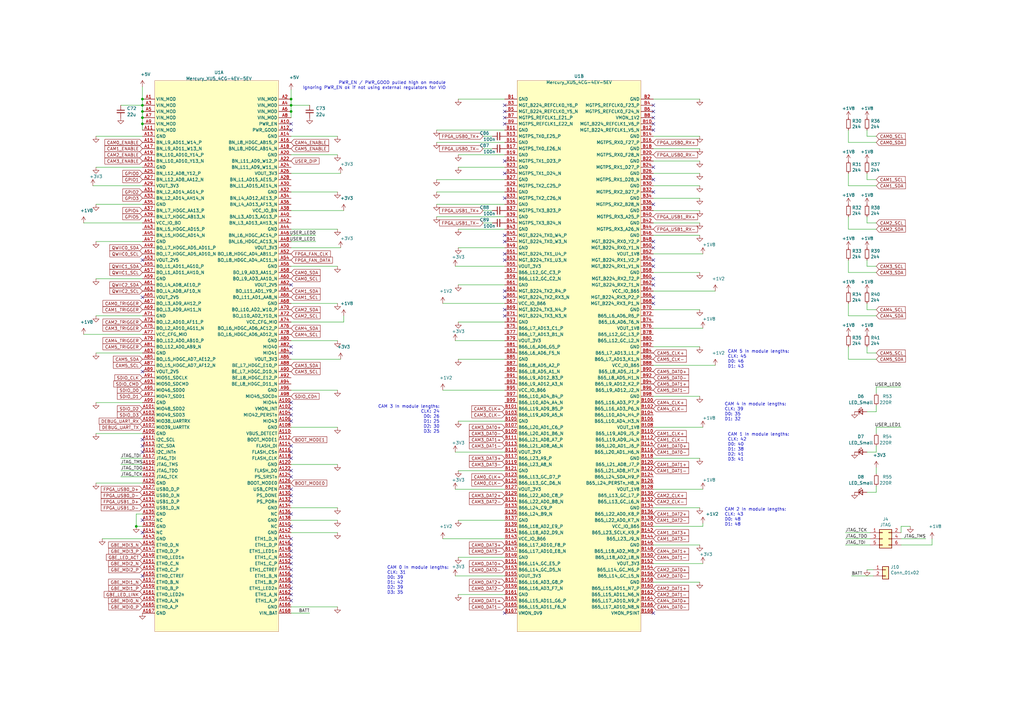
<source format=kicad_sch>
(kicad_sch (version 20210406) (generator eeschema)
  (paper "A3")
  (junction (at 55.88 215.9) (diameter 0.9144))
  (junction (at 58.42 40.64) (diameter 0.9144))
  (junction (at 58.42 43.18) (diameter 0.9144))
  (junction (at 58.42 45.72) (diameter 0.9144))
  (junction (at 58.42 48.26) (diameter 0.9144))
  (junction (at 58.42 50.8) (diameter 0.9144))
  (junction (at 119.38 40.64) (diameter 0.9144))
  (junction (at 119.38 43.18) (diameter 0.9144))
  (junction (at 119.38 45.72) (diameter 0.9144))
  (no_connect (at 58.42 106.68))
  (no_connect (at 58.42 121.92))
  (no_connect (at 58.42 152.4))
  (no_connect (at 58.42 180.34))
  (no_connect (at 58.42 182.88))
  (no_connect (at 58.42 185.42))
  (no_connect (at 58.42 213.36))
  (no_connect (at 58.42 218.44))
  (no_connect (at 58.42 236.22))
  (no_connect (at 119.38 50.8))
  (no_connect (at 119.38 53.34))
  (no_connect (at 119.38 116.84))
  (no_connect (at 119.38 142.24))
  (no_connect (at 119.38 144.78))
  (no_connect (at 119.38 165.1))
  (no_connect (at 119.38 167.64))
  (no_connect (at 119.38 170.18))
  (no_connect (at 119.38 172.72))
  (no_connect (at 119.38 182.88))
  (no_connect (at 119.38 185.42))
  (no_connect (at 119.38 187.96))
  (no_connect (at 119.38 193.04))
  (no_connect (at 119.38 195.58))
  (no_connect (at 119.38 200.66))
  (no_connect (at 119.38 203.2))
  (no_connect (at 119.38 205.74))
  (no_connect (at 119.38 210.82))
  (no_connect (at 119.38 215.9))
  (no_connect (at 119.38 220.98))
  (no_connect (at 119.38 223.52))
  (no_connect (at 119.38 226.06))
  (no_connect (at 119.38 228.6))
  (no_connect (at 119.38 231.14))
  (no_connect (at 119.38 233.68))
  (no_connect (at 119.38 236.22))
  (no_connect (at 119.38 238.76))
  (no_connect (at 119.38 241.3))
  (no_connect (at 119.38 243.84))
  (no_connect (at 119.38 246.38))
  (no_connect (at 207.01 43.18))
  (no_connect (at 207.01 45.72))
  (no_connect (at 207.01 48.26))
  (no_connect (at 207.01 50.8))
  (no_connect (at 207.01 66.04))
  (no_connect (at 207.01 71.12))
  (no_connect (at 207.01 81.28))
  (no_connect (at 207.01 96.52))
  (no_connect (at 207.01 99.06))
  (no_connect (at 207.01 104.14))
  (no_connect (at 207.01 106.68))
  (no_connect (at 207.01 119.38))
  (no_connect (at 207.01 121.92))
  (no_connect (at 207.01 127))
  (no_connect (at 207.01 129.54))
  (no_connect (at 207.01 251.46))
  (no_connect (at 267.97 43.18))
  (no_connect (at 267.97 45.72))
  (no_connect (at 267.97 48.26))
  (no_connect (at 267.97 50.8))
  (no_connect (at 267.97 53.34))
  (no_connect (at 267.97 68.58))
  (no_connect (at 267.97 73.66))
  (no_connect (at 267.97 78.74))
  (no_connect (at 267.97 83.82))
  (no_connect (at 267.97 99.06))
  (no_connect (at 267.97 101.6))
  (no_connect (at 267.97 106.68))
  (no_connect (at 267.97 109.22))
  (no_connect (at 267.97 114.3))
  (no_connect (at 267.97 116.84))
  (no_connect (at 267.97 121.92))
  (no_connect (at 267.97 124.46))
  (no_connect (at 267.97 251.46))
  (wire (pts (xy 34.29 91.44) (xy 58.42 91.44)))
  (wire (pts (xy 34.29 137.16) (xy 58.42 137.16)))
  (wire (pts (xy 38.1 76.2) (xy 58.42 76.2)))
  (wire (pts (xy 39.37 55.88) (xy 58.42 55.88)))
  (wire (pts (xy 39.37 68.58) (xy 58.42 68.58)))
  (wire (pts (xy 39.37 83.82) (xy 58.42 83.82)))
  (wire (pts (xy 39.37 99.06) (xy 58.42 99.06)))
  (wire (pts (xy 39.37 114.3) (xy 58.42 114.3)))
  (wire (pts (xy 39.37 129.54) (xy 58.42 129.54)))
  (wire (pts (xy 39.37 144.78) (xy 58.42 144.78)))
  (wire (pts (xy 39.37 165.1) (xy 58.42 165.1)))
  (wire (pts (xy 39.37 177.8) (xy 58.42 177.8)))
  (wire (pts (xy 39.37 198.12) (xy 58.42 198.12)))
  (wire (pts (xy 41.91 220.98) (xy 58.42 220.98)))
  (wire (pts (xy 49.53 43.18) (xy 58.42 43.18)))
  (wire (pts (xy 49.53 187.96) (xy 58.42 187.96)))
  (wire (pts (xy 49.53 190.5) (xy 58.42 190.5)))
  (wire (pts (xy 49.53 193.04) (xy 58.42 193.04)))
  (wire (pts (xy 49.53 195.58) (xy 58.42 195.58)))
  (wire (pts (xy 55.88 210.82) (xy 55.88 215.9)))
  (wire (pts (xy 55.88 215.9) (xy 58.42 215.9)))
  (wire (pts (xy 58.42 35.56) (xy 58.42 40.64)))
  (wire (pts (xy 58.42 40.64) (xy 58.42 43.18)))
  (wire (pts (xy 58.42 43.18) (xy 58.42 45.72)))
  (wire (pts (xy 58.42 45.72) (xy 58.42 48.26)))
  (wire (pts (xy 58.42 48.26) (xy 58.42 50.8)))
  (wire (pts (xy 58.42 50.8) (xy 58.42 53.34)))
  (wire (pts (xy 58.42 210.82) (xy 55.88 210.82)))
  (wire (pts (xy 119.38 36.83) (xy 119.38 40.64)))
  (wire (pts (xy 119.38 40.64) (xy 119.38 43.18)))
  (wire (pts (xy 119.38 43.18) (xy 119.38 45.72)))
  (wire (pts (xy 119.38 43.18) (xy 127 43.18)))
  (wire (pts (xy 119.38 45.72) (xy 119.38 48.26)))
  (wire (pts (xy 119.38 55.88) (xy 138.43 55.88)))
  (wire (pts (xy 119.38 63.5) (xy 138.43 63.5)))
  (wire (pts (xy 119.38 71.12) (xy 139.7 71.12)))
  (wire (pts (xy 119.38 78.74) (xy 138.43 78.74)))
  (wire (pts (xy 119.38 86.36) (xy 140.97 86.36)))
  (wire (pts (xy 119.38 93.98) (xy 138.43 93.98)))
  (wire (pts (xy 119.38 96.52) (xy 129.54 96.52)))
  (wire (pts (xy 119.38 99.06) (xy 129.54 99.06)))
  (wire (pts (xy 119.38 101.6) (xy 139.7 101.6)))
  (wire (pts (xy 119.38 109.22) (xy 138.43 109.22)))
  (wire (pts (xy 119.38 124.46) (xy 138.43 124.46)))
  (wire (pts (xy 119.38 132.08) (xy 140.97 132.08)))
  (wire (pts (xy 119.38 139.7) (xy 138.43 139.7)))
  (wire (pts (xy 119.38 147.32) (xy 139.7 147.32)))
  (wire (pts (xy 119.38 160.02) (xy 138.43 160.02)))
  (wire (pts (xy 119.38 175.26) (xy 138.43 175.26)))
  (wire (pts (xy 119.38 190.5) (xy 138.43 190.5)))
  (wire (pts (xy 119.38 208.28) (xy 138.43 208.28)))
  (wire (pts (xy 119.38 213.36) (xy 138.43 213.36)))
  (wire (pts (xy 119.38 218.44) (xy 138.43 218.44)))
  (wire (pts (xy 119.38 248.92) (xy 138.43 248.92)))
  (wire (pts (xy 119.38 251.46) (xy 127 251.46)))
  (wire (pts (xy 140.97 132.08) (xy 140.97 129.54)))
  (wire (pts (xy 179.07 53.34) (xy 207.01 53.34)))
  (wire (pts (xy 179.07 58.42) (xy 207.01 58.42)))
  (wire (pts (xy 179.07 73.66) (xy 207.01 73.66)))
  (wire (pts (xy 179.07 78.74) (xy 207.01 78.74)))
  (wire (pts (xy 179.07 83.82) (xy 207.01 83.82)))
  (wire (pts (xy 179.07 88.9) (xy 207.01 88.9)))
  (wire (pts (xy 181.61 124.46) (xy 207.01 124.46)))
  (wire (pts (xy 181.61 160.02) (xy 207.01 160.02)))
  (wire (pts (xy 181.61 220.98) (xy 207.01 220.98)))
  (wire (pts (xy 186.69 109.22) (xy 207.01 109.22)))
  (wire (pts (xy 186.69 139.7) (xy 207.01 139.7)))
  (wire (pts (xy 186.69 185.42) (xy 207.01 185.42)))
  (wire (pts (xy 186.69 200.66) (xy 207.01 200.66)))
  (wire (pts (xy 186.69 236.22) (xy 207.01 236.22)))
  (wire (pts (xy 187.96 40.64) (xy 207.01 40.64)))
  (wire (pts (xy 187.96 63.5) (xy 207.01 63.5)))
  (wire (pts (xy 187.96 68.58) (xy 207.01 68.58)))
  (wire (pts (xy 187.96 93.98) (xy 207.01 93.98)))
  (wire (pts (xy 187.96 101.6) (xy 207.01 101.6)))
  (wire (pts (xy 187.96 116.84) (xy 207.01 116.84)))
  (wire (pts (xy 187.96 132.08) (xy 207.01 132.08)))
  (wire (pts (xy 187.96 147.32) (xy 207.01 147.32)))
  (wire (pts (xy 187.96 172.72) (xy 207.01 172.72)))
  (wire (pts (xy 187.96 193.04) (xy 207.01 193.04)))
  (wire (pts (xy 187.96 213.36) (xy 207.01 213.36)))
  (wire (pts (xy 187.96 228.6) (xy 207.01 228.6)))
  (wire (pts (xy 187.96 243.84) (xy 207.01 243.84)))
  (wire (pts (xy 198.12 55.88) (xy 201.93 55.88)))
  (wire (pts (xy 198.12 60.96) (xy 201.93 60.96)))
  (wire (pts (xy 198.12 86.36) (xy 201.93 86.36)))
  (wire (pts (xy 198.12 91.44) (xy 201.93 91.44)))
  (wire (pts (xy 267.97 40.64) (xy 287.02 40.64)))
  (wire (pts (xy 267.97 55.88) (xy 287.02 55.88)))
  (wire (pts (xy 267.97 60.96) (xy 287.02 60.96)))
  (wire (pts (xy 267.97 66.04) (xy 287.02 66.04)))
  (wire (pts (xy 267.97 71.12) (xy 287.02 71.12)))
  (wire (pts (xy 267.97 76.2) (xy 287.02 76.2)))
  (wire (pts (xy 267.97 81.28) (xy 287.02 81.28)))
  (wire (pts (xy 267.97 86.36) (xy 287.02 86.36)))
  (wire (pts (xy 267.97 91.44) (xy 287.02 91.44)))
  (wire (pts (xy 267.97 96.52) (xy 287.02 96.52)))
  (wire (pts (xy 267.97 104.14) (xy 288.29 104.14)))
  (wire (pts (xy 267.97 111.76) (xy 287.02 111.76)))
  (wire (pts (xy 267.97 119.38) (xy 293.37 119.38)))
  (wire (pts (xy 267.97 127) (xy 287.02 127)))
  (wire (pts (xy 267.97 134.62) (xy 288.29 134.62)))
  (wire (pts (xy 267.97 142.24) (xy 287.02 142.24)))
  (wire (pts (xy 267.97 149.86) (xy 293.37 149.86)))
  (wire (pts (xy 267.97 162.56) (xy 287.02 162.56)))
  (wire (pts (xy 267.97 175.26) (xy 288.29 175.26)))
  (wire (pts (xy 267.97 187.96) (xy 287.02 187.96)))
  (wire (pts (xy 267.97 200.66) (xy 288.29 200.66)))
  (wire (pts (xy 267.97 208.28) (xy 287.02 208.28)))
  (wire (pts (xy 267.97 215.9) (xy 288.29 215.9)))
  (wire (pts (xy 267.97 223.52) (xy 287.02 223.52)))
  (wire (pts (xy 267.97 231.14) (xy 288.29 231.14)))
  (wire (pts (xy 267.97 238.76) (xy 287.02 238.76)))
  (wire (pts (xy 288.29 215.9) (xy 288.29 214.63)))
  (wire (pts (xy 346.71 218.44) (xy 356.87 218.44)))
  (wire (pts (xy 346.71 220.98) (xy 356.87 220.98)))
  (wire (pts (xy 346.71 223.52) (xy 356.87 223.52)))
  (wire (pts (xy 347.98 58.42) (xy 347.98 53.34)))
  (wire (pts (xy 347.98 76.2) (xy 347.98 71.12)))
  (wire (pts (xy 347.98 93.98) (xy 347.98 88.9)))
  (wire (pts (xy 347.98 111.76) (xy 347.98 106.68)))
  (wire (pts (xy 347.98 129.54) (xy 347.98 124.46)))
  (wire (pts (xy 347.98 147.32) (xy 347.98 142.24)))
  (wire (pts (xy 349.25 236.22) (xy 358.14 236.22)))
  (wire (pts (xy 355.6 55.88) (xy 355.6 53.34)))
  (wire (pts (xy 355.6 73.66) (xy 355.6 71.12)))
  (wire (pts (xy 355.6 91.44) (xy 355.6 88.9)))
  (wire (pts (xy 355.6 109.22) (xy 355.6 106.68)))
  (wire (pts (xy 355.6 127) (xy 355.6 124.46)))
  (wire (pts (xy 355.6 144.78) (xy 355.6 142.24)))
  (wire (pts (xy 355.6 168.91) (xy 359.41 168.91)))
  (wire (pts (xy 355.6 185.42) (xy 359.41 185.42)))
  (wire (pts (xy 355.6 201.93) (xy 359.41 201.93)))
  (wire (pts (xy 355.6 233.68) (xy 358.14 233.68)))
  (wire (pts (xy 359.41 55.88) (xy 355.6 55.88)))
  (wire (pts (xy 359.41 58.42) (xy 347.98 58.42)))
  (wire (pts (xy 359.41 73.66) (xy 355.6 73.66)))
  (wire (pts (xy 359.41 76.2) (xy 347.98 76.2)))
  (wire (pts (xy 359.41 91.44) (xy 355.6 91.44)))
  (wire (pts (xy 359.41 93.98) (xy 347.98 93.98)))
  (wire (pts (xy 359.41 109.22) (xy 355.6 109.22)))
  (wire (pts (xy 359.41 111.76) (xy 347.98 111.76)))
  (wire (pts (xy 359.41 127) (xy 355.6 127)))
  (wire (pts (xy 359.41 129.54) (xy 347.98 129.54)))
  (wire (pts (xy 359.41 144.78) (xy 355.6 144.78)))
  (wire (pts (xy 359.41 147.32) (xy 347.98 147.32)))
  (wire (pts (xy 359.41 158.75) (xy 359.41 161.29)))
  (wire (pts (xy 359.41 158.75) (xy 369.57 158.75)))
  (wire (pts (xy 359.41 168.91) (xy 359.41 166.37)))
  (wire (pts (xy 359.41 175.26) (xy 359.41 177.8)))
  (wire (pts (xy 359.41 175.26) (xy 369.57 175.26)))
  (wire (pts (xy 359.41 185.42) (xy 359.41 182.88)))
  (wire (pts (xy 359.41 191.77) (xy 359.41 194.31)))
  (wire (pts (xy 359.41 201.93) (xy 359.41 199.39)))
  (wire (pts (xy 369.57 215.9) (xy 369.57 218.44)))
  (wire (pts (xy 369.57 220.98) (xy 379.73 220.98)))
  (wire (pts (xy 369.57 223.52) (xy 382.27 223.52)))
  (wire (pts (xy 373.38 215.9) (xy 369.57 215.9)))
  (wire (pts (xy 382.27 223.52) (xy 382.27 220.98)))
  (text "CAM 0 In module lengths:\nCLK: 31\nD0: 39\nD1: 42\nD2: 39\nD3: 35" (at 158.75 243.84 0) (effects (font (size 1.27 1.27)) (justify left bottom)))
  (text "CAM 3 In module lengths:\nCLK: 24\nD0: 26\nD1: 25\nD2: 30\nD3: 25" (at 180.34 177.8 0) (effects (font (size 1.27 1.27)) (justify right bottom)))
  (text "PWR_EN / PWR_GOOD pulled high on module\nIgnoring PWR_EN ok if not using external regulators for VIO" (at 182.88 36.83 0) (effects (font (size 1.27 1.27)) (justify right bottom)))
  (text "CAM 4 In module lengths:\nCLK: 39\nD0: 35\nD1: 32" (at 297.18 172.72 0) (effects (font (size 1.27 1.27)) (justify left bottom)))
  (text "CAM 2 In module lengths:\nCLK: 43\nD0: 48\nD1: 48" (at 297.18 215.9 0) (effects (font (size 1.27 1.27)) (justify left bottom)))
  (text "CAM 5 In module lengths:\nCLK: 45\nD0: 46\nD1: 43" (at 298.45 151.13 0) (effects (font (size 1.27 1.27)) (justify left bottom)))
  (text "CAM 1 In module lengths:\nCLK: 42\nD0: 40\nD1: 38\nD2: 41\nD3: 41" (at 298.45 189.23 0) (effects (font (size 1.27 1.27)) (justify left bottom)))
  (label "JTAG_TDI" (at 49.53 187.96 0))
  (label "JTAG_TMS" (at 49.53 190.5 0))
  (label "JTAG_TDO" (at 49.53 193.04 0))
  (label "JTAG_TCK" (at 49.53 195.58 0))
  (label "BATT" (at 127 251.46 180))
  (label "USER_LED0" (at 129.54 96.52 180))
  (label "USER_LED1" (at 129.54 99.06 180))
  (label "JTAG_TCK" (at 346.71 218.44 0))
  (label "JTAG_TDO" (at 346.71 220.98 0))
  (label "JTAG_TDI" (at 346.71 223.52 0))
  (label "BATT" (at 349.25 236.22 0))
  (label "USER_LED0" (at 369.57 158.75 180))
  (label "USER_LED1" (at 369.57 175.26 180))
  (label "JTAG_TMS" (at 379.73 220.98 180))
  (global_label "CAM0_ENABLE" (shape input) (at 58.42 58.42 180) (property "Intersheet References" "${INTERSHEET_REFS}" (effects hide)))
  (global_label "CAM1_ENABLE" (shape input) (at 58.42 60.96 180) (property "Intersheet References" "${INTERSHEET_REFS}" (effects hide)))
  (global_label "CAM2_ENABLE" (shape input) (at 58.42 63.5 180) (property "Intersheet References" "${INTERSHEET_REFS}" (effects hide)))
  (global_label "CAM3_ENABLE" (shape input) (at 58.42 66.04 180) (property "Intersheet References" "${INTERSHEET_REFS}" (effects hide)))
  (global_label "GPIO0" (shape input) (at 58.42 71.12 180) (property "Intersheet References" "${INTERSHEET_REFS}" (effects hide)))
  (global_label "GPIO1" (shape input) (at 58.42 73.66 180) (property "Intersheet References" "${INTERSHEET_REFS}" (effects hide)))
  (global_label "GPIO2" (shape input) (at 58.42 78.74 180) (property "Intersheet References" "${INTERSHEET_REFS}" (effects hide)))
  (global_label "GPIO3" (shape input) (at 58.42 81.28 180) (property "Intersheet References" "${INTERSHEET_REFS}" (effects hide)))
  (global_label "GPIO4" (shape input) (at 58.42 86.36 180) (property "Intersheet References" "${INTERSHEET_REFS}" (effects hide)))
  (global_label "GPIO5" (shape input) (at 58.42 88.9 180) (property "Intersheet References" "${INTERSHEET_REFS}" (effects hide)))
  (global_label "QWIIC0_SDA" (shape input) (at 58.42 101.6 180) (property "Intersheet References" "${INTERSHEET_REFS}" (effects hide)))
  (global_label "QWIIC0_SCL" (shape input) (at 58.42 104.14 180) (property "Intersheet References" "${INTERSHEET_REFS}" (effects hide)))
  (global_label "QWIIC1_SDA" (shape input) (at 58.42 109.22 180) (property "Intersheet References" "${INTERSHEET_REFS}" (effects hide)))
  (global_label "QWIIC1_SCL" (shape input) (at 58.42 111.76 180) (property "Intersheet References" "${INTERSHEET_REFS}" (effects hide)))
  (global_label "QWIIC2_SDA" (shape input) (at 58.42 116.84 180) (property "Intersheet References" "${INTERSHEET_REFS}" (effects hide)))
  (global_label "QWIIC2_SCL" (shape input) (at 58.42 119.38 180) (property "Intersheet References" "${INTERSHEET_REFS}" (effects hide)))
  (global_label "CAM0_TRIGGER" (shape input) (at 58.42 124.46 180) (property "Intersheet References" "${INTERSHEET_REFS}" (effects hide)))
  (global_label "CAM1_TRIGGER" (shape input) (at 58.42 127 180) (property "Intersheet References" "${INTERSHEET_REFS}" (effects hide)))
  (global_label "CAM2_TRIGGER" (shape input) (at 58.42 132.08 180) (property "Intersheet References" "${INTERSHEET_REFS}" (effects hide)))
  (global_label "CAM3_TRIGGER" (shape input) (at 58.42 134.62 180) (property "Intersheet References" "${INTERSHEET_REFS}" (effects hide)))
  (global_label "CAM4_TRIGGER" (shape input) (at 58.42 139.7 180) (property "Intersheet References" "${INTERSHEET_REFS}" (effects hide)))
  (global_label "CAM5_TRIGGER" (shape input) (at 58.42 142.24 180) (property "Intersheet References" "${INTERSHEET_REFS}" (effects hide)))
  (global_label "CAM5_SDA" (shape input) (at 58.42 147.32 180) (property "Intersheet References" "${INTERSHEET_REFS}" (effects hide)))
  (global_label "CAM5_SCL" (shape input) (at 58.42 149.86 180) (property "Intersheet References" "${INTERSHEET_REFS}" (effects hide)))
  (global_label "SDIO_CLK" (shape input) (at 58.42 154.94 180) (property "Intersheet References" "${INTERSHEET_REFS}" (effects hide)))
  (global_label "SDIO_CMD" (shape input) (at 58.42 157.48 180) (property "Intersheet References" "${INTERSHEET_REFS}" (effects hide)))
  (global_label "SDIO_D0" (shape input) (at 58.42 160.02 180) (property "Intersheet References" "${INTERSHEET_REFS}" (effects hide)))
  (global_label "SDIO_D1" (shape input) (at 58.42 162.56 180) (property "Intersheet References" "${INTERSHEET_REFS}" (effects hide)))
  (global_label "SDIO_D2" (shape input) (at 58.42 167.64 180) (property "Intersheet References" "${INTERSHEET_REFS}" (effects hide)))
  (global_label "SDIO_D3" (shape input) (at 58.42 170.18 180) (property "Intersheet References" "${INTERSHEET_REFS}" (effects hide)))
  (global_label "DEBUG_UART_RX" (shape input) (at 58.42 172.72 180) (property "Intersheet References" "${INTERSHEET_REFS}" (effects hide)))
  (global_label "DEBUG_UART_TX" (shape input) (at 58.42 175.26 180) (property "Intersheet References" "${INTERSHEET_REFS}" (effects hide)))
  (global_label "FPGA_USB0_D+" (shape input) (at 58.42 200.66 180) (property "Intersheet References" "${INTERSHEET_REFS}" (effects hide)))
  (global_label "FPGA_USB0_D-" (shape input) (at 58.42 203.2 180) (property "Intersheet References" "${INTERSHEET_REFS}" (effects hide)))
  (global_label "FPGA_USB1_D+" (shape input) (at 58.42 205.74 180) (property "Intersheet References" "${INTERSHEET_REFS}" (effects hide)))
  (global_label "FPGA_USB1_D-" (shape input) (at 58.42 208.28 180) (property "Intersheet References" "${INTERSHEET_REFS}" (effects hide)))
  (global_label "GBE_MDI3_N" (shape input) (at 58.42 223.52 180) (property "Intersheet References" "${INTERSHEET_REFS}" (effects hide)))
  (global_label "GBE_MDI3_P" (shape input) (at 58.42 226.06 180) (property "Intersheet References" "${INTERSHEET_REFS}" (effects hide)))
  (global_label "GBE_LED_ACT" (shape input) (at 58.42 228.6 180) (property "Intersheet References" "${INTERSHEET_REFS}" (effects hide)))
  (global_label "GBE_MDI2_N" (shape input) (at 58.42 231.14 180) (property "Intersheet References" "${INTERSHEET_REFS}" (effects hide)))
  (global_label "GBE_MDI2_P" (shape input) (at 58.42 233.68 180) (property "Intersheet References" "${INTERSHEET_REFS}" (effects hide)))
  (global_label "GBE_MDI1_N" (shape input) (at 58.42 238.76 180) (property "Intersheet References" "${INTERSHEET_REFS}" (effects hide)))
  (global_label "GBE_MDI1_P" (shape input) (at 58.42 241.3 180) (property "Intersheet References" "${INTERSHEET_REFS}" (effects hide)))
  (global_label "GBE_LED_LINK" (shape input) (at 58.42 243.84 180) (property "Intersheet References" "${INTERSHEET_REFS}" (effects hide)))
  (global_label "GBE_MDI0_N" (shape input) (at 58.42 246.38 180) (property "Intersheet References" "${INTERSHEET_REFS}" (effects hide)))
  (global_label "GBE_MDI0_P" (shape input) (at 58.42 248.92 180) (property "Intersheet References" "${INTERSHEET_REFS}" (effects hide)))
  (global_label "CAM4_ENABLE" (shape input) (at 119.38 58.42 0) (property "Intersheet References" "${INTERSHEET_REFS}" (effects hide)))
  (global_label "CAM5_ENABLE" (shape input) (at 119.38 60.96 0) (property "Intersheet References" "${INTERSHEET_REFS}" (effects hide)))
  (global_label "USER_DIP" (shape input) (at 119.38 66.04 0) (property "Intersheet References" "${INTERSHEET_REFS}" (effects hide)))
  (global_label "FPGA_FAN_CLK" (shape input) (at 119.38 104.14 0) (property "Intersheet References" "${INTERSHEET_REFS}" (effects hide)))
  (global_label "FPGA_FAN_DATA" (shape input) (at 119.38 106.68 0) (property "Intersheet References" "${INTERSHEET_REFS}" (effects hide)))
  (global_label "CAM0_SDA" (shape input) (at 119.38 111.76 0) (property "Intersheet References" "${INTERSHEET_REFS}" (effects hide)))
  (global_label "CAM0_SCL" (shape input) (at 119.38 114.3 0) (property "Intersheet References" "${INTERSHEET_REFS}" (effects hide)))
  (global_label "CAM1_SDA" (shape input) (at 119.38 119.38 0) (property "Intersheet References" "${INTERSHEET_REFS}" (effects hide)))
  (global_label "CAM1_SCL" (shape input) (at 119.38 121.92 0) (property "Intersheet References" "${INTERSHEET_REFS}" (effects hide)))
  (global_label "CAM2_SDA" (shape input) (at 119.38 127 0) (property "Intersheet References" "${INTERSHEET_REFS}" (effects hide)))
  (global_label "CAM2_SCL" (shape input) (at 119.38 129.54 0) (property "Intersheet References" "${INTERSHEET_REFS}" (effects hide)))
  (global_label "CAM4_SDA" (shape input) (at 119.38 134.62 0) (property "Intersheet References" "${INTERSHEET_REFS}" (effects hide)))
  (global_label "CAM4_SCL" (shape input) (at 119.38 137.16 0) (property "Intersheet References" "${INTERSHEET_REFS}" (effects hide)))
  (global_label "CAM3_SDA" (shape input) (at 119.38 149.86 0) (property "Intersheet References" "${INTERSHEET_REFS}" (effects hide)))
  (global_label "CAM3_SCL" (shape input) (at 119.38 152.4 0) (property "Intersheet References" "${INTERSHEET_REFS}" (effects hide)))
  (global_label "SDIO_CDn" (shape input) (at 119.38 162.56 0) (property "Intersheet References" "${INTERSHEET_REFS}" (effects hide)))
  (global_label "BOOT_MODE1" (shape input) (at 119.38 180.34 0) (property "Intersheet References" "${INTERSHEET_REFS}" (effects hide)))
  (global_label "BOOT_MODE0" (shape input) (at 119.38 198.12 0) (property "Intersheet References" "${INTERSHEET_REFS}" (effects hide)))
  (global_label "FPGA_USB0_TX+" (shape input) (at 198.12 55.88 180) (property "Intersheet References" "${INTERSHEET_REFS}" (effects hide)))
  (global_label "FPGA_USB0_TX-" (shape input) (at 198.12 60.96 180) (property "Intersheet References" "${INTERSHEET_REFS}" (effects hide)))
  (global_label "FPGA_USB1_TX+" (shape input) (at 198.12 86.36 180) (property "Intersheet References" "${INTERSHEET_REFS}" (effects hide)))
  (global_label "FPGA_USB1_TX-" (shape input) (at 198.12 91.44 180) (property "Intersheet References" "${INTERSHEET_REFS}" (effects hide)))
  (global_label "CAM3_CLK+" (shape input) (at 207.01 167.64 180) (property "Intersheet References" "${INTERSHEET_REFS}" (effects hide)))
  (global_label "CAM3_CLK-" (shape input) (at 207.01 170.18 180) (property "Intersheet References" "${INTERSHEET_REFS}" (effects hide)))
  (global_label "CAM3_DAT0+" (shape input) (at 207.01 175.26 180) (property "Intersheet References" "${INTERSHEET_REFS}" (effects hide)))
  (global_label "CAM3_DAT0-" (shape input) (at 207.01 177.8 180) (property "Intersheet References" "${INTERSHEET_REFS}" (effects hide)))
  (global_label "CAM3_DAT1+" (shape input) (at 207.01 180.34 180) (property "Intersheet References" "${INTERSHEET_REFS}" (effects hide)))
  (global_label "CAM3_DAT1-" (shape input) (at 207.01 182.88 180) (property "Intersheet References" "${INTERSHEET_REFS}" (effects hide)))
  (global_label "CAM3_DAT3+" (shape input) (at 207.01 187.96 180) (property "Intersheet References" "${INTERSHEET_REFS}" (effects hide)))
  (global_label "CAM3_DAT3-" (shape input) (at 207.01 190.5 180) (property "Intersheet References" "${INTERSHEET_REFS}" (effects hide)))
  (global_label "CAM0_CLK+" (shape input) (at 207.01 195.58 180) (property "Intersheet References" "${INTERSHEET_REFS}" (effects hide)))
  (global_label "CAM0_CLK-" (shape input) (at 207.01 198.12 180) (property "Intersheet References" "${INTERSHEET_REFS}" (effects hide)))
  (global_label "CAM3_DAT2+" (shape input) (at 207.01 203.2 180) (property "Intersheet References" "${INTERSHEET_REFS}" (effects hide)))
  (global_label "CAM3_DAT2-" (shape input) (at 207.01 205.74 180) (property "Intersheet References" "${INTERSHEET_REFS}" (effects hide)))
  (global_label "CAM0_DAT3+" (shape input) (at 207.01 223.52 180) (property "Intersheet References" "${INTERSHEET_REFS}" (effects hide)))
  (global_label "CAM0_DAT3-" (shape input) (at 207.01 226.06 180) (property "Intersheet References" "${INTERSHEET_REFS}" (effects hide)))
  (global_label "CAM0_DAT0+" (shape input) (at 207.01 231.14 180) (property "Intersheet References" "${INTERSHEET_REFS}" (effects hide)))
  (global_label "CAM0_DAT0-" (shape input) (at 207.01 233.68 180) (property "Intersheet References" "${INTERSHEET_REFS}" (effects hide)))
  (global_label "CAM0_DAT2+" (shape input) (at 207.01 238.76 180) (property "Intersheet References" "${INTERSHEET_REFS}" (effects hide)))
  (global_label "CAM0_DAT2-" (shape input) (at 207.01 241.3 180) (property "Intersheet References" "${INTERSHEET_REFS}" (effects hide)))
  (global_label "CAM0_DAT1+" (shape input) (at 207.01 246.38 180) (property "Intersheet References" "${INTERSHEET_REFS}" (effects hide)))
  (global_label "CAM0_DAT1-" (shape input) (at 207.01 248.92 180) (property "Intersheet References" "${INTERSHEET_REFS}" (effects hide)))
  (global_label "FPGA_USB0_RX+" (shape input) (at 267.97 58.42 0) (property "Intersheet References" "${INTERSHEET_REFS}" (effects hide)))
  (global_label "FPGA_USB0_RX-" (shape input) (at 267.97 63.5 0) (property "Intersheet References" "${INTERSHEET_REFS}" (effects hide)))
  (global_label "FPGA_USB1_RX+" (shape input) (at 267.97 88.9 0) (property "Intersheet References" "${INTERSHEET_REFS}" (effects hide)))
  (global_label "FPGA_USB1_RX-" (shape input) (at 267.97 93.98 0) (property "Intersheet References" "${INTERSHEET_REFS}" (effects hide)))
  (global_label "CAM5_CLK+" (shape input) (at 267.97 144.78 0) (property "Intersheet References" "${INTERSHEET_REFS}" (effects hide)))
  (global_label "CAM5_CLK-" (shape input) (at 267.97 147.32 0) (property "Intersheet References" "${INTERSHEET_REFS}" (effects hide)))
  (global_label "CAM5_DAT0+" (shape input) (at 267.97 152.4 0) (property "Intersheet References" "${INTERSHEET_REFS}" (effects hide)))
  (global_label "CAM5_DAT0-" (shape input) (at 267.97 154.94 0) (property "Intersheet References" "${INTERSHEET_REFS}" (effects hide)))
  (global_label "CAM5_DAT1+" (shape input) (at 267.97 157.48 0) (property "Intersheet References" "${INTERSHEET_REFS}" (effects hide)))
  (global_label "CAM5_DAT1-" (shape input) (at 267.97 160.02 0) (property "Intersheet References" "${INTERSHEET_REFS}" (effects hide)))
  (global_label "CAM4_CLK+" (shape input) (at 267.97 165.1 0) (property "Intersheet References" "${INTERSHEET_REFS}" (effects hide)))
  (global_label "CAM4_CLK-" (shape input) (at 267.97 167.64 0) (property "Intersheet References" "${INTERSHEET_REFS}" (effects hide)))
  (global_label "CAM1_CLK+" (shape input) (at 267.97 177.8 0) (property "Intersheet References" "${INTERSHEET_REFS}" (effects hide)))
  (global_label "CAM1_CLK-" (shape input) (at 267.97 180.34 0) (property "Intersheet References" "${INTERSHEET_REFS}" (effects hide)))
  (global_label "CAM1_DAT0+" (shape input) (at 267.97 182.88 0) (property "Intersheet References" "${INTERSHEET_REFS}" (effects hide)))
  (global_label "CAM1_DAT0-" (shape input) (at 267.97 185.42 0) (property "Intersheet References" "${INTERSHEET_REFS}" (effects hide)))
  (global_label "CAM1_DAT1+" (shape input) (at 267.97 190.5 0) (property "Intersheet References" "${INTERSHEET_REFS}" (effects hide)))
  (global_label "CAM1_DAT1-" (shape input) (at 267.97 193.04 0) (property "Intersheet References" "${INTERSHEET_REFS}" (effects hide)))
  (global_label "CAM2_CLK+" (shape input) (at 267.97 203.2 0) (property "Intersheet References" "${INTERSHEET_REFS}" (effects hide)))
  (global_label "CAM2_CLK-" (shape input) (at 267.97 205.74 0) (property "Intersheet References" "${INTERSHEET_REFS}" (effects hide)))
  (global_label "CAM1_DAT2+" (shape input) (at 267.97 210.82 0) (property "Intersheet References" "${INTERSHEET_REFS}" (effects hide)))
  (global_label "CAM1_DAT2-" (shape input) (at 267.97 213.36 0) (property "Intersheet References" "${INTERSHEET_REFS}" (effects hide)))
  (global_label "CAM1_DAT3+" (shape input) (at 267.97 218.44 0) (property "Intersheet References" "${INTERSHEET_REFS}" (effects hide)))
  (global_label "CAM1_DAT3-" (shape input) (at 267.97 220.98 0) (property "Intersheet References" "${INTERSHEET_REFS}" (effects hide)))
  (global_label "CAM4_DAT1+" (shape input) (at 267.97 226.06 0) (property "Intersheet References" "${INTERSHEET_REFS}" (effects hide)))
  (global_label "CAM4_DAT1-" (shape input) (at 267.97 228.6 0) (property "Intersheet References" "${INTERSHEET_REFS}" (effects hide)))
  (global_label "CAM2_DAT0+" (shape input) (at 267.97 233.68 0) (property "Intersheet References" "${INTERSHEET_REFS}" (effects hide)))
  (global_label "CAM2_DAT0-" (shape input) (at 267.97 236.22 0) (property "Intersheet References" "${INTERSHEET_REFS}" (effects hide)))
  (global_label "CAM2_DAT1+" (shape input) (at 267.97 241.3 0) (property "Intersheet References" "${INTERSHEET_REFS}" (effects hide)))
  (global_label "CAM2_DAT1-" (shape input) (at 267.97 243.84 0) (property "Intersheet References" "${INTERSHEET_REFS}" (effects hide)))
  (global_label "CAM4_DAT0+" (shape input) (at 267.97 246.38 0) (property "Intersheet References" "${INTERSHEET_REFS}" (effects hide)))
  (global_label "CAM4_DAT0-" (shape input) (at 267.97 248.92 0) (property "Intersheet References" "${INTERSHEET_REFS}" (effects hide)))
  (global_label "CAM0_SCL" (shape input) (at 359.41 55.88 0) (property "Intersheet References" "${INTERSHEET_REFS}" (effects hide)))
  (global_label "CAM0_SDA" (shape input) (at 359.41 58.42 0) (property "Intersheet References" "${INTERSHEET_REFS}" (effects hide)))
  (global_label "CAM1_SCL" (shape input) (at 359.41 73.66 0) (property "Intersheet References" "${INTERSHEET_REFS}" (effects hide)))
  (global_label "CAM1_SDA" (shape input) (at 359.41 76.2 0) (property "Intersheet References" "${INTERSHEET_REFS}" (effects hide)))
  (global_label "CAM2_SCL" (shape input) (at 359.41 91.44 0) (property "Intersheet References" "${INTERSHEET_REFS}" (effects hide)))
  (global_label "CAM2_SDA" (shape input) (at 359.41 93.98 0) (property "Intersheet References" "${INTERSHEET_REFS}" (effects hide)))
  (global_label "CAM3_SCL" (shape input) (at 359.41 109.22 0) (property "Intersheet References" "${INTERSHEET_REFS}" (effects hide)))
  (global_label "CAM3_SDA" (shape input) (at 359.41 111.76 0) (property "Intersheet References" "${INTERSHEET_REFS}" (effects hide)))
  (global_label "CAM4_SCL" (shape input) (at 359.41 127 0) (property "Intersheet References" "${INTERSHEET_REFS}" (effects hide)))
  (global_label "CAM4_SDA" (shape input) (at 359.41 129.54 0) (property "Intersheet References" "${INTERSHEET_REFS}" (effects hide)))
  (global_label "CAM5_SCL" (shape input) (at 359.41 144.78 0) (property "Intersheet References" "${INTERSHEET_REFS}" (effects hide)))
  (global_label "CAM5_SDA" (shape input) (at 359.41 147.32 0) (property "Intersheet References" "${INTERSHEET_REFS}" (effects hide)))
  (symbol (lib_id "power:+1V8") (at 34.29 91.44 0) (unit 1)
    (property "Reference" "#PWR0345" (effects hide))
    (property "Value" "+1V8" (at 35.56 86.36 0))
  )
  (symbol (lib_id "power:+1V8") (at 34.29 137.16 0) (unit 1)
    (property "Reference" "#PWR0347" (effects hide))
    (property "Value" "+1V8" (at 35.56 132.08 0))
  )
  (symbol (lib_id "power:+3V3") (at 38.1 76.2 0) (unit 1)
    (property "Reference" "#PWR0245" (effects hide))
    (property "Value" "+3V3" (at 39.37 72.39 0))
  )
  (symbol (lib_id "power:+5V") (at 58.42 35.56 0) (unit 1)
    (property "Reference" "#PWR0337" (effects hide))
    (property "Value" "+5V" (at 59.69 30.48 0))
  )
  (symbol (lib_id "power:+5V") (at 119.38 36.83 0) (unit 1)
    (property "Reference" "#PWR0338" (effects hide))
    (property "Value" "+5V" (at 120.65 31.75 0))
  )
  (symbol (lib_id "power:+3V3") (at 139.7 71.12 0) (unit 1)
    (property "Reference" "#PWR0252" (effects hide))
    (property "Value" "+3V3" (at 142.24 67.31 0))
  )
  (symbol (lib_id "power:+3V3") (at 139.7 101.6 0) (unit 1)
    (property "Reference" "#PWR0253" (effects hide))
    (property "Value" "+3V3" (at 142.24 97.79 0))
  )
  (symbol (lib_id "power:+3V3") (at 139.7 147.32 0) (unit 1)
    (property "Reference" "#PWR0246" (effects hide))
    (property "Value" "+3V3" (at 140.97 142.24 0))
  )
  (symbol (lib_id "power:+3V3") (at 140.97 86.36 0) (unit 1)
    (property "Reference" "#PWR0346" (effects hide))
    (property "Value" "+3V3" (at 142.24 81.28 0))
  )
  (symbol (lib_id "power:+1V8") (at 140.97 129.54 0) (unit 1)
    (property "Reference" "#PWR0342" (effects hide))
    (property "Value" "+1V8" (at 142.24 124.46 0))
  )
  (symbol (lib_id "power:+1V2") (at 181.61 124.46 0) (unit 1)
    (property "Reference" "#PWR0312" (effects hide))
    (property "Value" "+1V2" (at 182.88 119.38 0))
  )
  (symbol (lib_id "power:+1V2") (at 181.61 160.02 0) (unit 1)
    (property "Reference" "#PWR0311" (effects hide))
    (property "Value" "+1V2" (at 182.88 154.94 0))
  )
  (symbol (lib_id "power:+1V2") (at 181.61 220.98 0) (unit 1)
    (property "Reference" "#PWR0307" (effects hide))
    (property "Value" "+1V2" (at 182.88 215.9 0))
  )
  (symbol (lib_id "power:+3V3") (at 186.69 109.22 0) (unit 1)
    (property "Reference" "#PWR0254" (effects hide))
    (property "Value" "+3V3" (at 187.96 105.41 0))
  )
  (symbol (lib_id "power:+3V3") (at 186.69 139.7 0) (unit 1)
    (property "Reference" "#PWR0247" (effects hide))
    (property "Value" "+3V3" (at 187.96 135.89 0))
  )
  (symbol (lib_id "power:+3V3") (at 186.69 185.42 0) (unit 1)
    (property "Reference" "#PWR0248" (effects hide))
    (property "Value" "+3V3" (at 187.96 181.61 0))
  )
  (symbol (lib_id "power:+3V3") (at 186.69 200.66 0) (unit 1)
    (property "Reference" "#PWR0249" (effects hide))
    (property "Value" "+3V3" (at 187.96 196.85 0))
  )
  (symbol (lib_id "power:+3V3") (at 186.69 236.22 0) (unit 1)
    (property "Reference" "#PWR0251" (effects hide))
    (property "Value" "+3V3" (at 187.96 232.41 0))
  )
  (symbol (lib_id "power:+1V8") (at 288.29 104.14 0) (unit 1)
    (property "Reference" "#PWR0257" (effects hide))
    (property "Value" "+1V8" (at 290.83 100.33 0))
  )
  (symbol (lib_id "power:+1V8") (at 288.29 134.62 0) (unit 1)
    (property "Reference" "#PWR0255" (effects hide))
    (property "Value" "+1V8" (at 290.83 130.81 0))
  )
  (symbol (lib_id "power:+1V8") (at 288.29 175.26 0) (unit 1)
    (property "Reference" "#PWR0256" (effects hide))
    (property "Value" "+1V8" (at 290.83 171.45 0))
  )
  (symbol (lib_id "power:+1V8") (at 288.29 200.66 0) (unit 1)
    (property "Reference" "#PWR0258" (effects hide))
    (property "Value" "+1V8" (at 290.83 196.85 0))
  )
  (symbol (lib_id "power:+1V2") (at 288.29 214.63 0) (unit 1)
    (property "Reference" "#PWR0310" (effects hide))
    (property "Value" "+1V2" (at 292.1 210.82 0))
  )
  (symbol (lib_id "power:+3V3") (at 288.29 231.14 0) (unit 1)
    (property "Reference" "#PWR0250" (effects hide))
    (property "Value" "+3V3" (at 289.56 227.33 0))
  )
  (symbol (lib_id "power:+1V2") (at 293.37 119.38 0) (unit 1)
    (property "Reference" "#PWR0308" (effects hide))
    (property "Value" "+1V2" (at 294.64 114.3 0))
  )
  (symbol (lib_id "power:+1V2") (at 293.37 149.86 0) (unit 1)
    (property "Reference" "#PWR0309" (effects hide))
    (property "Value" "+1V2" (at 294.64 144.78 0))
  )
  (symbol (lib_id "power:+1V8") (at 347.98 48.26 0) (unit 1)
    (property "Reference" "#PWR01" (effects hide))
    (property "Value" "+1V8" (at 347.98 44.45 0))
  )
  (symbol (lib_id "power:+1V8") (at 347.98 66.04 0) (unit 1)
    (property "Reference" "#PWR02" (effects hide))
    (property "Value" "+1V8" (at 347.98 62.23 0))
  )
  (symbol (lib_id "power:+1V8") (at 347.98 83.82 0) (unit 1)
    (property "Reference" "#PWR03" (effects hide))
    (property "Value" "+1V8" (at 347.98 80.01 0))
  )
  (symbol (lib_id "power:+1V8") (at 347.98 101.6 0) (unit 1)
    (property "Reference" "#PWR0386" (effects hide))
    (property "Value" "+1V8" (at 347.98 97.79 0))
  )
  (symbol (lib_id "power:+1V8") (at 347.98 119.38 0) (unit 1)
    (property "Reference" "#PWR04" (effects hide))
    (property "Value" "+1V8" (at 347.98 115.57 0))
  )
  (symbol (lib_id "power:+1V8") (at 347.98 137.16 0) (unit 1)
    (property "Reference" "#PWR05" (effects hide))
    (property "Value" "+1V8" (at 347.98 133.35 0))
  )
  (symbol (lib_id "power:+1V8") (at 355.6 48.26 0) (unit 1)
    (property "Reference" "#PWR06" (effects hide))
    (property "Value" "+1V8" (at 355.6 44.45 0))
  )
  (symbol (lib_id "power:+1V8") (at 355.6 66.04 0) (unit 1)
    (property "Reference" "#PWR07" (effects hide))
    (property "Value" "+1V8" (at 355.6 62.23 0))
  )
  (symbol (lib_id "power:+1V8") (at 355.6 83.82 0) (unit 1)
    (property "Reference" "#PWR08" (effects hide))
    (property "Value" "+1V8" (at 355.6 80.01 0))
  )
  (symbol (lib_id "power:+1V8") (at 355.6 101.6 0) (unit 1)
    (property "Reference" "#PWR0385" (effects hide))
    (property "Value" "+1V8" (at 355.6 97.79 0))
  )
  (symbol (lib_id "power:+1V8") (at 355.6 119.38 0) (unit 1)
    (property "Reference" "#PWR09" (effects hide))
    (property "Value" "+1V8" (at 355.6 115.57 0))
  )
  (symbol (lib_id "power:+1V8") (at 355.6 137.16 0) (unit 1)
    (property "Reference" "#PWR010" (effects hide))
    (property "Value" "+1V8" (at 355.6 133.35 0))
  )
  (symbol (lib_id "power:+3V3") (at 359.41 191.77 0) (unit 1)
    (property "Reference" "#PWR0371" (effects hide))
    (property "Value" "+3V3" (at 360.68 186.69 0))
  )
  (symbol (lib_id "power:+1V8") (at 382.27 220.98 0) (unit 1)
    (property "Reference" "#PWR0343" (effects hide))
    (property "Value" "+1V8" (at 383.54 215.9 0))
  )
  (symbol (lib_id "power:GND") (at 39.37 55.88 0) (unit 1)
    (property "Reference" "#PWR0188" (effects hide))
    (property "Value" "GND" (effects hide))
  )
  (symbol (lib_id "power:GND") (at 39.37 68.58 0) (unit 1)
    (property "Reference" "#PWR0187" (effects hide))
    (property "Value" "GND" (effects hide))
  )
  (symbol (lib_id "power:GND") (at 39.37 83.82 0) (unit 1)
    (property "Reference" "#PWR0186" (effects hide))
    (property "Value" "GND" (effects hide))
  )
  (symbol (lib_id "power:GND") (at 39.37 99.06 0) (unit 1)
    (property "Reference" "#PWR0193" (effects hide))
    (property "Value" "GND" (effects hide))
  )
  (symbol (lib_id "power:GND") (at 39.37 114.3 0) (unit 1)
    (property "Reference" "#PWR0192" (effects hide))
    (property "Value" "GND" (effects hide))
  )
  (symbol (lib_id "power:GND") (at 39.37 129.54 0) (unit 1)
    (property "Reference" "#PWR0190" (effects hide))
    (property "Value" "GND" (effects hide))
  )
  (symbol (lib_id "power:GND") (at 39.37 144.78 0) (unit 1)
    (property "Reference" "#PWR0189" (effects hide))
    (property "Value" "GND" (effects hide))
  )
  (symbol (lib_id "power:GND") (at 39.37 165.1 0) (unit 1)
    (property "Reference" "#PWR0191" (effects hide))
    (property "Value" "GND" (effects hide))
  )
  (symbol (lib_id "power:GND") (at 39.37 177.8 0) (unit 1)
    (property "Reference" "#PWR0183" (effects hide))
    (property "Value" "GND" (effects hide))
  )
  (symbol (lib_id "power:GND") (at 39.37 198.12 0) (unit 1)
    (property "Reference" "#PWR0185" (effects hide))
    (property "Value" "GND" (effects hide))
  )
  (symbol (lib_id "power:GND") (at 41.91 220.98 0) (unit 1)
    (property "Reference" "#PWR0184" (effects hide))
    (property "Value" "GND" (effects hide))
  )
  (symbol (lib_id "power:GND") (at 49.53 48.26 0) (unit 1)
    (property "Reference" "#PWR0341" (effects hide))
    (property "Value" "GND" (effects hide))
  )
  (symbol (lib_id "power:GND") (at 55.88 215.9 0) (unit 1)
    (property "Reference" "#PWR0181" (effects hide))
    (property "Value" "GND" (effects hide))
  )
  (symbol (lib_id "power:GND") (at 58.42 251.46 0) (unit 1)
    (property "Reference" "#PWR0182" (effects hide))
    (property "Value" "GND" (effects hide))
  )
  (symbol (lib_id "power:GND") (at 127 48.26 0) (unit 1)
    (property "Reference" "#PWR0340" (effects hide))
    (property "Value" "GND" (effects hide))
  )
  (symbol (lib_id "power:GND") (at 138.43 55.88 0) (unit 1)
    (property "Reference" "#PWR0220" (effects hide))
    (property "Value" "GND" (effects hide))
  )
  (symbol (lib_id "power:GND") (at 138.43 63.5 0) (unit 1)
    (property "Reference" "#PWR0219" (effects hide))
    (property "Value" "GND" (effects hide))
  )
  (symbol (lib_id "power:GND") (at 138.43 78.74 0) (unit 1)
    (property "Reference" "#PWR0194" (effects hide))
    (property "Value" "GND" (effects hide))
  )
  (symbol (lib_id "power:GND") (at 138.43 93.98 0) (unit 1)
    (property "Reference" "#PWR0195" (effects hide))
    (property "Value" "GND" (effects hide))
  )
  (symbol (lib_id "power:GND") (at 138.43 109.22 0) (unit 1)
    (property "Reference" "#PWR0221" (effects hide))
    (property "Value" "GND" (effects hide))
  )
  (symbol (lib_id "power:GND") (at 138.43 124.46 0) (unit 1)
    (property "Reference" "#PWR0222" (effects hide))
    (property "Value" "GND" (effects hide))
  )
  (symbol (lib_id "power:GND") (at 138.43 139.7 0) (unit 1)
    (property "Reference" "#PWR0215" (effects hide))
    (property "Value" "GND" (effects hide))
  )
  (symbol (lib_id "power:GND") (at 138.43 160.02 0) (unit 1)
    (property "Reference" "#PWR0211" (effects hide))
    (property "Value" "GND" (effects hide))
  )
  (symbol (lib_id "power:GND") (at 138.43 175.26 0) (unit 1)
    (property "Reference" "#PWR0212" (effects hide))
    (property "Value" "GND" (effects hide))
  )
  (symbol (lib_id "power:GND") (at 138.43 190.5 0) (unit 1)
    (property "Reference" "#PWR0213" (effects hide))
    (property "Value" "GND" (effects hide))
  )
  (symbol (lib_id "power:GND") (at 138.43 208.28 0) (unit 1)
    (property "Reference" "#PWR0214" (effects hide))
    (property "Value" "GND" (effects hide))
  )
  (symbol (lib_id "power:GND") (at 138.43 213.36 0) (unit 1)
    (property "Reference" "#PWR0216" (effects hide))
    (property "Value" "GND" (effects hide))
  )
  (symbol (lib_id "power:GND") (at 138.43 218.44 0) (unit 1)
    (property "Reference" "#PWR0217" (effects hide))
    (property "Value" "GND" (effects hide))
  )
  (symbol (lib_id "power:GND") (at 138.43 248.92 0) (unit 1)
    (property "Reference" "#PWR0218" (effects hide))
    (property "Value" "GND" (effects hide))
  )
  (symbol (lib_id "power:GND") (at 179.07 53.34 0) (unit 1)
    (property "Reference" "#PWR0234" (effects hide))
    (property "Value" "GND" (effects hide))
  )
  (symbol (lib_id "power:GND") (at 179.07 58.42 0) (unit 1)
    (property "Reference" "#PWR0230" (effects hide))
    (property "Value" "GND" (effects hide))
  )
  (symbol (lib_id "power:GND") (at 179.07 73.66 0) (unit 1)
    (property "Reference" "#PWR0224" (effects hide))
    (property "Value" "GND" (effects hide))
  )
  (symbol (lib_id "power:GND") (at 179.07 78.74 0) (unit 1)
    (property "Reference" "#PWR0225" (effects hide))
    (property "Value" "GND" (effects hide))
  )
  (symbol (lib_id "power:GND") (at 179.07 83.82 0) (unit 1)
    (property "Reference" "#PWR0226" (effects hide))
    (property "Value" "GND" (effects hide))
  )
  (symbol (lib_id "power:GND") (at 179.07 88.9 0) (unit 1)
    (property "Reference" "#PWR0227" (effects hide))
    (property "Value" "GND" (effects hide))
  )
  (symbol (lib_id "power:GND") (at 187.96 40.64 0) (unit 1)
    (property "Reference" "#PWR0233" (effects hide))
    (property "Value" "GND" (effects hide))
  )
  (symbol (lib_id "power:GND") (at 187.96 63.5 0) (unit 1)
    (property "Reference" "#PWR0231" (effects hide))
    (property "Value" "GND" (effects hide))
  )
  (symbol (lib_id "power:GND") (at 187.96 68.58 0) (unit 1)
    (property "Reference" "#PWR0232" (effects hide))
    (property "Value" "GND" (effects hide))
  )
  (symbol (lib_id "power:GND") (at 187.96 93.98 0) (unit 1)
    (property "Reference" "#PWR0228" (effects hide))
    (property "Value" "GND" (effects hide))
  )
  (symbol (lib_id "power:GND") (at 187.96 101.6 0) (unit 1)
    (property "Reference" "#PWR0229" (effects hide))
    (property "Value" "GND" (effects hide))
  )
  (symbol (lib_id "power:GND") (at 187.96 116.84 0) (unit 1)
    (property "Reference" "#PWR0223" (effects hide))
    (property "Value" "GND" (effects hide))
  )
  (symbol (lib_id "power:GND") (at 187.96 132.08 0) (unit 1)
    (property "Reference" "#PWR0196" (effects hide))
    (property "Value" "GND" (effects hide))
  )
  (symbol (lib_id "power:GND") (at 187.96 147.32 0) (unit 1)
    (property "Reference" "#PWR0197" (effects hide))
    (property "Value" "GND" (effects hide))
  )
  (symbol (lib_id "power:GND") (at 187.96 172.72 0) (unit 1)
    (property "Reference" "#PWR0198" (effects hide))
    (property "Value" "GND" (effects hide))
  )
  (symbol (lib_id "power:GND") (at 187.96 193.04 0) (unit 1)
    (property "Reference" "#PWR0199" (effects hide))
    (property "Value" "GND" (effects hide))
  )
  (symbol (lib_id "power:GND") (at 187.96 213.36 0) (unit 1)
    (property "Reference" "#PWR0200" (effects hide))
    (property "Value" "GND" (effects hide))
  )
  (symbol (lib_id "power:GND") (at 187.96 228.6 0) (unit 1)
    (property "Reference" "#PWR0201" (effects hide))
    (property "Value" "GND" (effects hide))
  )
  (symbol (lib_id "power:GND") (at 187.96 243.84 0) (unit 1)
    (property "Reference" "#PWR0202" (effects hide))
    (property "Value" "GND" (effects hide))
  )
  (symbol (lib_id "power:GND") (at 287.02 40.64 0) (unit 1)
    (property "Reference" "#PWR0235" (effects hide))
    (property "Value" "GND" (effects hide))
  )
  (symbol (lib_id "power:GND") (at 287.02 55.88 0) (unit 1)
    (property "Reference" "#PWR0236" (effects hide))
    (property "Value" "GND" (effects hide))
  )
  (symbol (lib_id "power:GND") (at 287.02 60.96 0) (unit 1)
    (property "Reference" "#PWR0237" (effects hide))
    (property "Value" "GND" (effects hide))
  )
  (symbol (lib_id "power:GND") (at 287.02 66.04 0) (unit 1)
    (property "Reference" "#PWR0238" (effects hide))
    (property "Value" "GND" (effects hide))
  )
  (symbol (lib_id "power:GND") (at 287.02 71.12 0) (unit 1)
    (property "Reference" "#PWR0239" (effects hide))
    (property "Value" "GND" (effects hide))
  )
  (symbol (lib_id "power:GND") (at 287.02 76.2 0) (unit 1)
    (property "Reference" "#PWR0240" (effects hide))
    (property "Value" "GND" (effects hide))
  )
  (symbol (lib_id "power:GND") (at 287.02 81.28 0) (unit 1)
    (property "Reference" "#PWR0241" (effects hide))
    (property "Value" "GND" (effects hide))
  )
  (symbol (lib_id "power:GND") (at 287.02 86.36 0) (unit 1)
    (property "Reference" "#PWR0242" (effects hide))
    (property "Value" "GND" (effects hide))
  )
  (symbol (lib_id "power:GND") (at 287.02 91.44 0) (unit 1)
    (property "Reference" "#PWR0243" (effects hide))
    (property "Value" "GND" (effects hide))
  )
  (symbol (lib_id "power:GND") (at 287.02 96.52 0) (unit 1)
    (property "Reference" "#PWR0244" (effects hide))
    (property "Value" "GND" (effects hide))
  )
  (symbol (lib_id "power:GND") (at 287.02 111.76 0) (unit 1)
    (property "Reference" "#PWR0203" (effects hide))
    (property "Value" "GND" (effects hide))
  )
  (symbol (lib_id "power:GND") (at 287.02 127 0) (unit 1)
    (property "Reference" "#PWR0204" (effects hide))
    (property "Value" "GND" (effects hide))
  )
  (symbol (lib_id "power:GND") (at 287.02 142.24 0) (unit 1)
    (property "Reference" "#PWR0205" (effects hide))
    (property "Value" "GND" (effects hide))
  )
  (symbol (lib_id "power:GND") (at 287.02 162.56 0) (unit 1)
    (property "Reference" "#PWR0206" (effects hide))
    (property "Value" "GND" (effects hide))
  )
  (symbol (lib_id "power:GND") (at 287.02 187.96 0) (unit 1)
    (property "Reference" "#PWR0208" (effects hide))
    (property "Value" "GND" (effects hide))
  )
  (symbol (lib_id "power:GND") (at 287.02 208.28 0) (unit 1)
    (property "Reference" "#PWR0209" (effects hide))
    (property "Value" "GND" (effects hide))
  )
  (symbol (lib_id "power:GND") (at 287.02 223.52 0) (unit 1)
    (property "Reference" "#PWR0210" (effects hide))
    (property "Value" "GND" (effects hide))
  )
  (symbol (lib_id "power:GND") (at 287.02 238.76 0) (unit 1)
    (property "Reference" "#PWR0207" (effects hide))
    (property "Value" "GND" (effects hide))
  )
  (symbol (lib_id "power:GND") (at 350.52 168.91 0) (unit 1)
    (property "Reference" "#PWR0373" (effects hide))
    (property "Value" "GND" (effects hide))
  )
  (symbol (lib_id "power:GND") (at 350.52 185.42 0) (unit 1)
    (property "Reference" "#PWR0372" (effects hide))
    (property "Value" "GND" (effects hide))
  )
  (symbol (lib_id "power:GND") (at 350.52 201.93 0) (unit 1)
    (property "Reference" "#PWR0370" (effects hide))
    (property "Value" "GND" (effects hide))
  )
  (symbol (lib_id "power:GND") (at 355.6 233.68 0) (unit 1)
    (property "Reference" "#PWR0374" (effects hide))
    (property "Value" "GND" (effects hide))
  )
  (symbol (lib_id "power:GND") (at 373.38 215.9 0) (unit 1)
    (property "Reference" "#PWR0339" (effects hide))
    (property "Value" "GND" (effects hide))
  )
  (symbol (lib_name "Device:R_Small_11") (lib_id "Device:R_Small") (at 347.98 50.8 0) (unit 1)
    (property "Reference" "R30" (at 349.4786 49.6316 0) (effects (justify left)))
    (property "Value" "2k4" (at 349.4786 51.943 0) (effects (justify left)))
    (property "Footprint" "Resistor_SMD:R_0402_1005Metric" (effects hide))
    (property "D1N" "Digikey" (effects hide))
    (property "D1PN" "P2.4KDECT-ND" (effects hide))
    (property "MFN" "Panasonic" (effects hide))
    (property "MPN" "ERA-2AED242X" (effects hide))
  )
  (symbol (lib_name "Device:R_Small_11") (lib_id "Device:R_Small") (at 347.98 68.58 0) (unit 1)
    (property "Reference" "R31" (at 349.4786 67.4116 0) (effects (justify left)))
    (property "Value" "2k4" (at 349.4786 69.723 0) (effects (justify left)))
    (property "Footprint" "Resistor_SMD:R_0402_1005Metric" (effects hide))
    (property "D1N" "Digikey" (effects hide))
    (property "D1PN" "P2.4KDECT-ND" (effects hide))
    (property "MFN" "Panasonic" (effects hide))
    (property "MPN" "ERA-2AED242X" (effects hide))
  )
  (symbol (lib_name "Device:R_Small_11") (lib_id "Device:R_Small") (at 347.98 86.36 0) (unit 1)
    (property "Reference" "R32" (at 349.4786 85.1916 0) (effects (justify left)))
    (property "Value" "2k4" (at 349.4786 87.503 0) (effects (justify left)))
    (property "Footprint" "Resistor_SMD:R_0402_1005Metric" (effects hide))
    (property "D1N" "Digikey" (effects hide))
    (property "D1PN" "P2.4KDECT-ND" (effects hide))
    (property "MFN" "Panasonic" (effects hide))
    (property "MPN" "ERA-2AED242X" (effects hide))
  )
  (symbol (lib_name "Device:R_Small_11") (lib_id "Device:R_Small") (at 347.98 104.14 0) (unit 1)
    (property "Reference" "R33" (at 349.4786 102.9716 0) (effects (justify left)))
    (property "Value" "2k4" (at 349.4786 105.283 0) (effects (justify left)))
    (property "Footprint" "Resistor_SMD:R_0402_1005Metric" (effects hide))
    (property "D1N" "Digikey" (effects hide))
    (property "D1PN" "P2.4KDECT-ND" (effects hide))
    (property "MFN" "Panasonic" (effects hide))
    (property "MPN" "ERA-2AED242X" (effects hide))
  )
  (symbol (lib_name "Device:R_Small_11") (lib_id "Device:R_Small") (at 347.98 121.92 0) (unit 1)
    (property "Reference" "R34" (at 349.4786 120.7516 0) (effects (justify left)))
    (property "Value" "2k4" (at 349.4786 123.063 0) (effects (justify left)))
    (property "Footprint" "Resistor_SMD:R_0402_1005Metric" (effects hide))
    (property "D1N" "Digikey" (effects hide))
    (property "D1PN" "P2.4KDECT-ND" (effects hide))
    (property "MFN" "Panasonic" (effects hide))
    (property "MPN" "ERA-2AED242X" (effects hide))
  )
  (symbol (lib_name "Device:R_Small_11") (lib_id "Device:R_Small") (at 347.98 139.7 0) (unit 1)
    (property "Reference" "R35" (at 349.4786 138.5316 0) (effects (justify left)))
    (property "Value" "2k4" (at 349.4786 140.843 0) (effects (justify left)))
    (property "Footprint" "Resistor_SMD:R_0402_1005Metric" (effects hide))
    (property "D1N" "Digikey" (effects hide))
    (property "D1PN" "P2.4KDECT-ND" (effects hide))
    (property "MFN" "Panasonic" (effects hide))
    (property "MPN" "ERA-2AED242X" (effects hide))
  )
  (symbol (lib_name "Device:R_Small_10") (lib_id "Device:R_Small") (at 355.6 50.8 0) (unit 1)
    (property "Reference" "R36" (at 357.0986 49.6316 0) (effects (justify left)))
    (property "Value" "2k4" (at 357.0986 51.943 0) (effects (justify left)))
    (property "Footprint" "Resistor_SMD:R_0402_1005Metric" (effects hide))
    (property "D1N" "Digikey" (effects hide))
    (property "D1PN" "P2.4KDECT-ND" (effects hide))
    (property "MFN" "Panasonic" (effects hide))
    (property "MPN" "ERA-2AED242X" (effects hide))
  )
  (symbol (lib_name "Device:R_Small_10") (lib_id "Device:R_Small") (at 355.6 68.58 0) (unit 1)
    (property "Reference" "R37" (at 357.0986 67.4116 0) (effects (justify left)))
    (property "Value" "2k4" (at 357.0986 69.723 0) (effects (justify left)))
    (property "Footprint" "Resistor_SMD:R_0402_1005Metric" (effects hide))
    (property "D1N" "Digikey" (effects hide))
    (property "D1PN" "P2.4KDECT-ND" (effects hide))
    (property "MFN" "Panasonic" (effects hide))
    (property "MPN" "ERA-2AED242X" (effects hide))
  )
  (symbol (lib_name "Device:R_Small_10") (lib_id "Device:R_Small") (at 355.6 86.36 0) (unit 1)
    (property "Reference" "R38" (at 357.0986 85.1916 0) (effects (justify left)))
    (property "Value" "2k4" (at 357.0986 87.503 0) (effects (justify left)))
    (property "Footprint" "Resistor_SMD:R_0402_1005Metric" (effects hide))
    (property "D1N" "Digikey" (effects hide))
    (property "D1PN" "P2.4KDECT-ND" (effects hide))
    (property "MFN" "Panasonic" (effects hide))
    (property "MPN" "ERA-2AED242X" (effects hide))
  )
  (symbol (lib_name "Device:R_Small_10") (lib_id "Device:R_Small") (at 355.6 104.14 0) (unit 1)
    (property "Reference" "R39" (at 357.0986 102.9716 0) (effects (justify left)))
    (property "Value" "2k4" (at 357.0986 105.283 0) (effects (justify left)))
    (property "Footprint" "Resistor_SMD:R_0402_1005Metric" (effects hide))
    (property "D1N" "Digikey" (effects hide))
    (property "D1PN" "P2.4KDECT-ND" (effects hide))
    (property "MFN" "Panasonic" (effects hide))
    (property "MPN" "ERA-2AED242X" (effects hide))
  )
  (symbol (lib_name "Device:R_Small_10") (lib_id "Device:R_Small") (at 355.6 121.92 0) (unit 1)
    (property "Reference" "R40" (at 357.0986 120.7516 0) (effects (justify left)))
    (property "Value" "2k4" (at 357.0986 123.063 0) (effects (justify left)))
    (property "Footprint" "Resistor_SMD:R_0402_1005Metric" (effects hide))
    (property "D1N" "Digikey" (effects hide))
    (property "D1PN" "P2.4KDECT-ND" (effects hide))
    (property "MFN" "Panasonic" (effects hide))
    (property "MPN" "ERA-2AED242X" (effects hide))
  )
  (symbol (lib_name "Device:R_Small_10") (lib_id "Device:R_Small") (at 355.6 139.7 0) (unit 1)
    (property "Reference" "R41" (at 357.0986 138.5316 0) (effects (justify left)))
    (property "Value" "2k4" (at 357.0986 140.843 0) (effects (justify left)))
    (property "Footprint" "Resistor_SMD:R_0402_1005Metric" (effects hide))
    (property "D1N" "Digikey" (effects hide))
    (property "D1PN" "P2.4KDECT-ND" (effects hide))
    (property "MFN" "Panasonic" (effects hide))
    (property "MPN" "ERA-2AED242X" (effects hide))
  )
  (symbol (lib_id "Device:R_Small") (at 359.41 163.83 0) (unit 1)
    (property "Reference" "R53" (at 361.95 162.56 0) (effects (justify left)))
    (property "Value" "220R" (at 360.68 165.1 0) (effects (justify left)))
    (property "Footprint" "Resistor_SMD:R_0402_1005Metric" (effects hide))
    (property "D1N" "Digikey" (effects hide))
    (property "D1PN" "541-10394-1-ND" (effects hide))
    (property "MFN" "Vishay Dale" (effects hide))
    (property "MPN" "RCS0402220RFKED" (effects hide))
  )
  (symbol (lib_id "Device:R_Small") (at 359.41 180.34 0) (unit 1)
    (property "Reference" "R54" (at 361.95 179.07 0) (effects (justify left)))
    (property "Value" "220R" (at 360.68 181.61 0) (effects (justify left)))
    (property "Footprint" "Resistor_SMD:R_0402_1005Metric" (effects hide))
    (property "D1N" "Digikey" (effects hide))
    (property "D1PN" "541-10394-1-ND" (effects hide))
    (property "MFN" "Vishay Dale" (effects hide))
    (property "MPN" "RCS0402220RFKED" (effects hide))
  )
  (symbol (lib_id "Device:R_Small") (at 359.41 196.85 0) (unit 1)
    (property "Reference" "R55" (at 361.95 195.58 0) (effects (justify left)))
    (property "Value" "220R" (at 360.68 198.12 0) (effects (justify left)))
    (property "Footprint" "Resistor_SMD:R_0402_1005Metric" (effects hide))
    (property "D1N" "Digikey" (effects hide))
    (property "D1PN" "541-10394-1-ND" (effects hide))
    (property "MFN" "Vishay Dale" (effects hide))
    (property "MPN" "RCS0402220RFKED" (effects hide))
  )
  (symbol (lib_id "Device:LED_Small") (at 353.06 168.91 0) (unit 1)
    (property "Reference" "D6" (at 353.06 162.56 0))
    (property "Value" "LED_Small" (at 353.06 165.1 0))
    (property "Footprint" "LED_SMD:LED_0402_1005Metric" (effects hide))
    (property "D1N" "Digikey" (effects hide))
    (property "D1PN" "475-3112-1-ND" (effects hide))
    (property "MFN" "OSRAM" (effects hide))
    (property "MPN" "LB QH9G-N1OO-35-1" (effects hide))
  )
  (symbol (lib_id "Device:LED_Small") (at 353.06 185.42 0) (unit 1)
    (property "Reference" "D7" (at 353.06 179.07 0))
    (property "Value" "LED_Small" (at 353.06 181.61 0))
    (property "Footprint" "LED_SMD:LED_0402_1005Metric" (effects hide))
    (property "D1N" "Digikey" (effects hide))
    (property "D1PN" "475-3429-1-ND" (effects hide))
    (property "MFN" "OSRAM" (effects hide))
    (property "MPN" "LR VH9F-P2R1-1-Z" (effects hide))
  )
  (symbol (lib_id "Device:LED_Small") (at 353.06 201.93 0) (unit 1)
    (property "Reference" "D8" (at 353.06 195.58 0))
    (property "Value" "LED_Small" (at 353.06 198.12 0))
    (property "Footprint" "LED_SMD:LED_0402_1005Metric" (effects hide))
    (property "D1N" "Digikey" (effects hide))
    (property "D1PN" "475-3445-1-ND" (effects hide))
    (property "MFN" "OSRAM" (effects hide))
    (property "MPN" "LT VH9G-Q2OO-25-1" (effects hide))
  )
  (symbol (lib_id "Device:C_Small") (at 49.53 45.72 0) (unit 1)
    (property "Reference" "C72" (at 52.07 44.45 0) (effects (justify left)))
    (property "Value" "22u" (at 52.07 46.99 0) (effects (justify left)))
    (property "Footprint" "Capacitor_SMD:C_0603_1608Metric" (effects hide))
    (property "D1N" "Digikey" (effects hide))
    (property "D1PN" "1276-6504-1-ND" (effects hide))
    (property "MFN" "Samsung" (effects hide))
    (property "MPN" "CL10A226MPCNUBE" (effects hide))
  )
  (symbol (lib_id "Device:C_Small") (at 127 45.72 0) (unit 1)
    (property "Reference" "C73" (at 129.54 44.45 0) (effects (justify left)))
    (property "Value" "22u" (at 129.54 46.99 0) (effects (justify left)))
    (property "Footprint" "Capacitor_SMD:C_0603_1608Metric" (effects hide))
    (property "D1N" "Digikey" (effects hide))
    (property "D1PN" "1276-6504-1-ND" (effects hide))
    (property "MFN" "Samsung" (effects hide))
    (property "MPN" "CL10A226MPCNUBE" (effects hide))
  )
  (symbol (lib_id "Device:C_Small") (at 204.47 55.88 90) (unit 1)
    (property "Reference" "C86" (at 200.66 54.61 90) (effects (justify left)))
    (property "Value" "100n" (at 203.2 57.15 90) (effects (justify left)))
    (property "Footprint" "Capacitor_SMD:C_0201_0603Metric" (effects hide))
    (property "D1N" "Digikey" (effects hide))
    (property "D1PN" "1276-6439-1-ND" (effects hide))
    (property "MFN" "Samsung" (effects hide))
    (property "MPN" "CL03A104KQ3NNNH" (effects hide))
  )
  (symbol (lib_id "Device:C_Small") (at 204.47 60.96 90) (unit 1)
    (property "Reference" "C87" (at 200.66 59.69 90) (effects (justify left)))
    (property "Value" "100n" (at 203.2 62.23 90) (effects (justify left)))
    (property "Footprint" "Capacitor_SMD:C_0201_0603Metric" (effects hide))
    (property "D1N" "Digikey" (effects hide))
    (property "D1PN" "1276-6439-1-ND" (effects hide))
    (property "MFN" "Samsung" (effects hide))
    (property "MPN" "CL03A104KQ3NNNH" (effects hide))
  )
  (symbol (lib_id "Device:C_Small") (at 204.47 86.36 90) (unit 1)
    (property "Reference" "C88" (at 200.66 85.09 90) (effects (justify left)))
    (property "Value" "100n" (at 203.2 87.63 90) (effects (justify left)))
    (property "Footprint" "Capacitor_SMD:C_0201_0603Metric" (effects hide))
    (property "D1N" "Digikey" (effects hide))
    (property "D1PN" "1276-6439-1-ND" (effects hide))
    (property "MFN" "Samsung" (effects hide))
    (property "MPN" "CL03A104KQ3NNNH" (effects hide))
  )
  (symbol (lib_id "Device:C_Small") (at 204.47 91.44 90) (unit 1)
    (property "Reference" "C89" (at 200.66 90.17 90) (effects (justify left)))
    (property "Value" "100n" (at 203.2 92.71 90) (effects (justify left)))
    (property "Footprint" "Capacitor_SMD:C_0201_0603Metric" (effects hide))
    (property "D1N" "Digikey" (effects hide))
    (property "D1PN" "1276-6439-1-ND" (effects hide))
    (property "MFN" "Samsung" (effects hide))
    (property "MPN" "CL03A104KQ3NNNH" (effects hide))
  )
  (symbol (lib_name "Connector_Generic:Conn_01x02_2") (lib_id "Connector_Generic:Conn_01x02") (at 363.22 233.68 0) (unit 1)
    (property "Reference" "J10" (at 365.2521 232.5814 0) (effects (justify left)))
    (property "Value" "Conn_01x02" (at 365.2521 234.8801 0) (effects (justify left)))
    (property "Footprint" "Batteries_OSRF:ELNA_DSK-3R3H224U-HL" (effects hide))
    (property "D1N" "Digikey" (effects hide))
    (property "D1PN" "604-1020-1-ND" (effects hide))
    (property "MFN" "Elna" (effects hide))
    (property "MPN" "DSK-3R3H224U-HL" (effects hide))
  )
  (symbol (lib_id "Connector_Generic:Conn_02x03_Odd_Even") (at 361.95 220.98 0) (unit 1)
    (property "Reference" "J4" (at 363.22 212.9282 0))
    (property "Value" "JTAG" (at 363.22 215.2396 0))
    (property "Footprint" "Connector_PinHeader_2.54mm:PinHeader_2x03_P2.54mm_Vertical" (effects hide))
    (property "D1PN" "1849-PR20203VBDN-ND" (effects hide))
    (property "MFN" "METZ Connect" (effects hide))
    (property "MPN" "PR20203VBDN" (effects hide))
    (property "D1N" "Digikey" (effects hide))
  )
  (symbol (lib_name "enclustra:Mercury_XU5_4CG-4EV-5EV_1") (lib_id "enclustra:Mercury_XU5_4CG-4EV-5EV") (at 88.9 137.16 0) (unit 1)
    (property "Reference" "U1" (at 89.789 29.718 0))
    (property "Value" "Mercury_XU5_4CG-4EV-5EV" (at 89.789 32.258 0))
    (property "Footprint" "Enclustra:Mercury_XU5" (effects hide))
    (property "D1N" "DNP" (effects hide))
    (property "D1PN" "DNP" (effects hide))
    (property "MFN" "DNP" (effects hide))
    (property "MPN" "DNP" (effects hide))
  )
  (symbol (lib_id "enclustra:Mercury_XU5_4CG-4EV-5EV") (at 237.49 139.7 0) (unit 2)
    (property "Reference" "U1" (at 237.49 31.242 0))
    (property "Value" "Mercury_XU5_4CG-4EV-5EV" (at 237.49 33.782 0))
    (property "Footprint" "Enclustra:Mercury_XU5" (effects hide))
    (property "D1N" "DNP" (effects hide))
    (property "D1PN" "DNP" (effects hide))
    (property "MFN" "DNP" (effects hide))
    (property "MPN" "DNP" (effects hide))
  )
)
</source>
